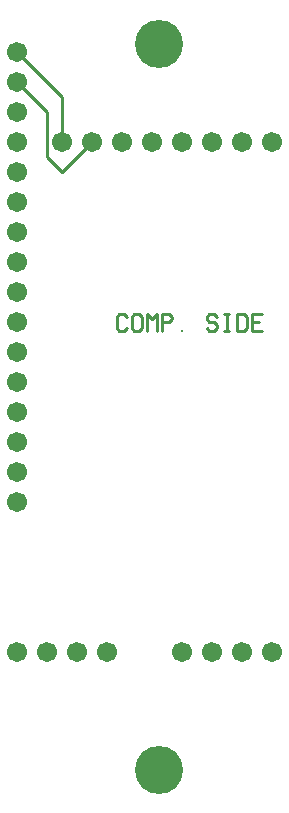
<source format=gtl>
%MOIN*%
%FSLAX25Y25*%
G04 D10 used for Character Trace; *
G04     Circle (OD=.01000) (No hole)*
G04 D11 used for Power Trace; *
G04     Circle (OD=.06700) (No hole)*
G04 D12 used for Signal Trace; *
G04     Circle (OD=.01100) (No hole)*
G04 D13 used for Via; *
G04     Circle (OD=.05800) (Round. Hole ID=.02800)*
G04 D14 used for Component hole; *
G04     Circle (OD=.06500) (Round. Hole ID=.03500)*
G04 D15 used for Component hole; *
G04     Circle (OD=.06700) (Round. Hole ID=.04300)*
G04 D16 used for Component hole; *
G04     Circle (OD=.08100) (Round. Hole ID=.05100)*
G04 D17 used for Component hole; *
G04     Circle (OD=.08900) (Round. Hole ID=.05900)*
G04 D18 used for Component hole; *
G04     Circle (OD=.11300) (Round. Hole ID=.08300)*
G04 D19 used for Component hole; *
G04     Circle (OD=.16000) (Round. Hole ID=.13000)*
G04 D20 used for Component hole; *
G04     Circle (OD=.18300) (Round. Hole ID=.15300)*
G04 D21 used for Component hole; *
G04     Circle (OD=.22291) (Round. Hole ID=.19291)*
%ADD10C,.01000*%
%ADD11C,.06700*%
%ADD12C,.01100*%
%ADD13C,.05800*%
%ADD14C,.06500*%
%ADD15C,.06700*%
%ADD16C,.08100*%
%ADD17C,.08900*%
%ADD18C,.11300*%
%ADD19C,.16000*%
%ADD20C,.18300*%
%ADD21C,.22291*%
%IPPOS*%
%LPD*%
G90*X0Y0D02*D15*X40000Y55000D03*X30000D03*        
X20000D03*X10000D03*D19*X57300Y15900D03*D15*      
X65000Y55000D03*X75000D03*X85000D03*X95000D03*    
X10000Y105000D03*Y115000D03*Y125000D03*Y135000D03*
Y145000D03*Y155000D03*D10*X46674Y163086D02*       
X45837Y162129D01*X44163D01*X43326Y163086D01*      
Y166914D01*X44163Y167871D01*X45837D01*            
X46674Y166914D01*X51674Y163086D02*                
X50837Y162129D01*X49163D01*X48326Y163086D01*      
Y166914D01*X49163Y167871D01*X50837D01*            
X51674Y166914D01*Y163086D01*X53326Y162129D02*     
Y167871D01*X55000Y165957D01*X56674Y167871D01*     
Y162129D01*X58326D02*Y167871D01*X60837D01*        
X61674Y166914D01*Y165957D01*X60837Y165000D01*     
X58326D01*X65000Y162129D03*X76674Y166914D02*      
X75837Y167871D01*X74163D01*X73326Y166914D01*      
Y165957D01*X74163Y165000D01*X75837D01*            
X76674Y164043D01*Y163086D01*X75837Y162129D01*     
X74163D01*X73326Y163086D01*X80000Y162129D02*      
Y167871D01*X79163Y162129D02*X80837D01*            
X79163Y167871D02*X80837D01*X83326Y162129D02*      
Y167871D01*X85837D01*X86674Y166914D01*Y163086D01* 
X85837Y162129D01*X83326D01*X91674D02*X88326D01*   
Y167871D01*X91674D01*X88326Y165000D02*X90837D01*  
D15*X10000D03*Y175000D03*Y185000D03*Y195000D03*   
Y205000D03*D12*X25000Y215000D02*X35000Y225000D01* 
D15*D03*D12*X25000Y215000D02*X20000Y220000D01*    
Y235000D01*X10000Y245000D01*D15*D03*Y255000D03*   
D12*X25000Y240000D01*Y225000D01*D15*D03*          
X10000Y235000D03*Y225000D03*Y215000D03*           
X45000Y225000D03*X55000D03*D19*X57300Y257900D03*  
D15*X65000Y225000D03*X75000D03*X85000D03*         
X95000D03*M02*                                    

</source>
